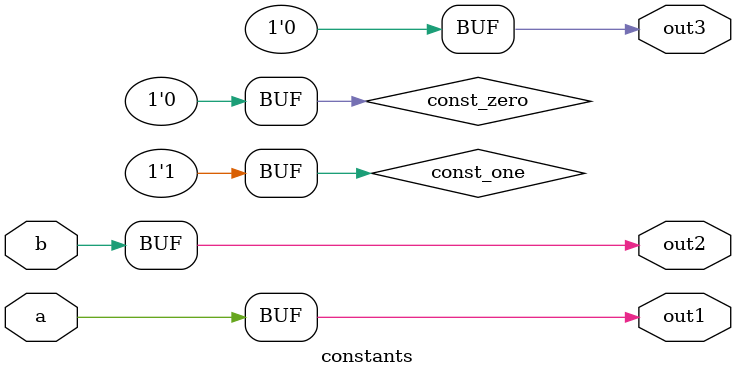
<source format=v>
/*
 * Constants test case for ConstProp algorithm
 * Contains constant values that should be propagated
 */

module constants (
    input a,
    input b,
    output out1,
    output out2,
    output out3
);

// Constant propagation
assign const_zero = 1'b0;
assign const_one = 1'b1;

// Logic with constants
assign out1 = a & const_one;  // Should become: out1 = a
assign out2 = b | const_zero;  // Should become: out2 = b
assign out3 = a & const_zero;  // Should become: out3 = 1'b0

endmodule

</source>
